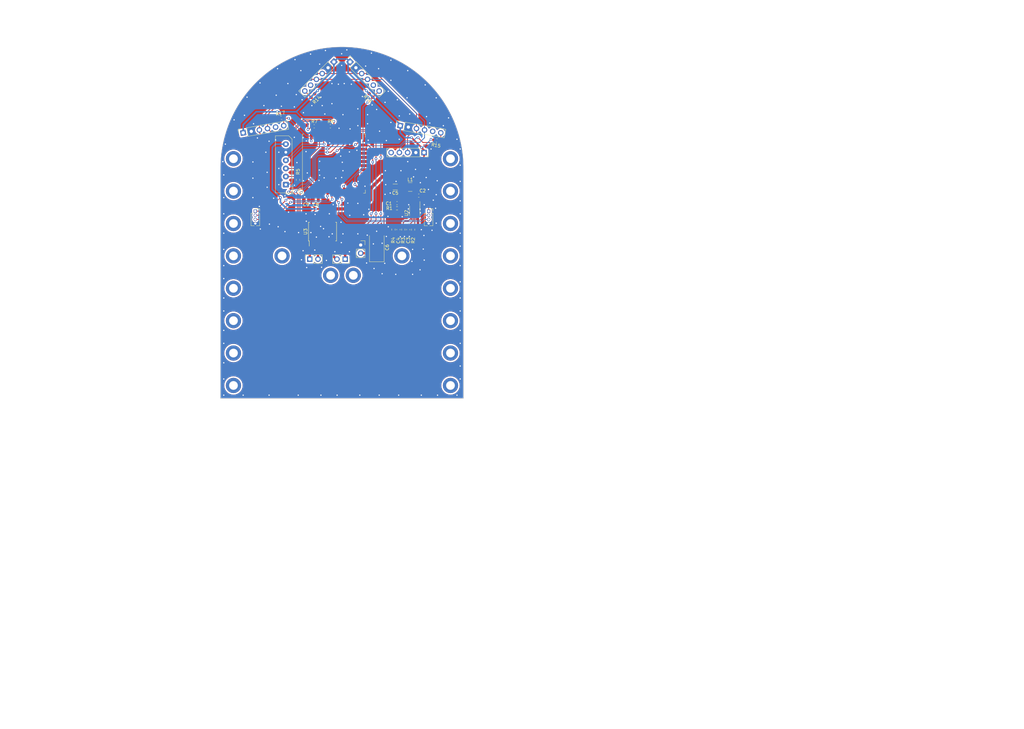
<source format=kicad_pcb>
(kicad_pcb (version 20240108) (generator "pcbnew") (generator_version "8.0")
  (layers (0 "F.Cu" mixed) (31 "B.Cu" signal) (34 "B.Paste" user) (35 "F.Paste" user) (36 "B.SilkS" user "B.Silkscreen") (37 "F.SilkS" user "F.Silkscreen") (38 "B.Mask" user) (39 "F.Mask" user) (44 "Edge.Cuts" user))
  (net 0 "")
  (net 1 "Net-(U2-INTVCC)")
  (net 2 "Net-(U2-BST)")
  (net 3 "Net-(U2-SW)")
  (net 4 "Net-(U2-TR{slash}SS)")
  (net 5 "Net-(U2-FB)")
  (net 6 "VCC")
  (net 7 "RTS")
  (net 8 "CTS")
  (net 9 "TXD")
  (net 10 "RXD")
  (net 11 "Net-(U2-RT)")
  (net 12 "Net-(U2-PG)")
  (net 13 "HALL_MOTORA_A")
  (net 14 "HALL_MOTORA_B")
  (net 15 "HALL_MOTORB_A")
  (net 16 "HALL_MOTORB_B")
  (net 17 "PWMA")
  (net 18 "IN1B")
  (net 19 "IN1A")
  (net 20 "IN2A")
  (net 21 "PWMB")
  (net 33 "SCL")
  (net 34 "SDA")
  (net 35 "GPIO1")
  (net 36 "XSHUT1")
  (net 37 "GPIO2")
  (net 38 "XSHUT2")
  (net 39 "GPIO4")
  (net 40 "XSHUT4")
  (net 41 "GPIO5")
  (net 42 "XSHUT5")
  (net 46 "GND")
  (net 47 "3v3")
  (net 48 "MOTORA+")
  (net 49 "MOTORA-")
  (net 50 "MOTORB+")
  (net 51 "MOTORB-")
  (net 52 "IN2B")
  (net 54 "qmc5883l_dataready")
  (footprint "Connector_PinSocket_2.54mm:PinSocket_1x06_P2.54mm_Vertical" (layer "F.Cu") (at 92 78 100)
    (property "Reference" "J4")
    (property "Value" "Conn_01x06")
  )
  (footprint "Resistor_SMD:R_0603_1608Metric" (layer "F.Cu") (at 108.92 92.5 -90)
    (property "Reference" "R5")
    (property "Value" "10k")
  )
  (footprint "Capacitor_SMD:C_0603_1608Metric" (layer "F.Cu") (at 139.495 99.73 180)
    (property "Reference" "C1")
    (property "Value" "1u")
  )
  (footprint "MountingHole:MountingHole_2.7mm_M2.5_DIN965_Pad" (layer "F.Cu") (at 156 156)
    (property "Reference" "H2")
    (property "Value" "MountingHole")
  )
  (footprint "Connector_PinSocket_2.54mm:PinSocket_1x06_P2.54mm_Vertical" (layer "F.Cu") (at 140.492942 75.794668 80)
    (property "Reference" "J8")
    (property "Value" "Conn_01x06")
  )
  (footprint "Capacitor_SMD:C_0603_1608Metric" (layer "F.Cu") (at 151.736774 80.365423 -10)
    (property "Reference" "R15")
    (property "Value" "10k")
  )
  (footprint "Resistor_SMD:R_0603_1608Metric" (layer "F.Cu") (at 138.381672 107.879065 90)
    (property "Reference" "R4")
    (property "Value" "1M")
  )
  (footprint "Capacitor_Tantalum_SMD:CP_EIA-7343-15_Kemet-W" (layer "F.Cu") (at 133.25 113.3875 90)
    (property "Reference" "C6")
    (property "Value" "4.7u")
  )
  (footprint "Connector_PinSocket_2.54mm:PinSocket_1x02_P2.54mm_Vertical" (layer "F.Cu") (at 128.275 112.6375)
    (property "Reference" "J9")
    (property "Value" "Conn_01x02")
  )
  (footprint "MountingHole:MountingHole_2.7mm_M2.5_DIN965_Pad" (layer "F.Cu") (at 89 146)
    (property "Reference" "H14")
    (property "Value" "MountingHole")
  )
  (footprint "Capacitor_SMD:C_0603_1608Metric" (layer "F.Cu") (at 113.92 76)
    (property "Reference" "R7")
    (property "Value" "10k")
  )
  (footprint "RF_Module:ESP32-WROOM-32U" (layer "F.Cu") (at 120.015 87.5 90)
    (property "Reference" "U4")
    (property "Value" "ESP32-WROOM-32U")
  )
  (footprint "Resistor_SMD:R_0603_1608Metric" (layer "F.Cu") (at 139.495756 101.303417)
    (property "Reference" "R1")
    (property "Value" "18.2k")
  )
  (footprint "Capacitor_SMD:C_0603_1608Metric" (layer "F.Cu") (at 142.941765 107.890812 -90)
    (property "Reference" "C3")
    (property "Value" "10n")
  )
  (footprint "Package_SO:MSOP-10-1EP_3x3mm_P0.5mm_EP1.68x1.88mm" (layer "F.Cu") (at 144.97 102.08 -90)
    (property "Reference" "U2")
    (property "Value" "LT8608")
  )
  (footprint "Connector_PinSocket_2.54mm:PinSocket_1x06_P2.54mm_Vertical" (layer "F.Cu") (at 120 56.111846 -45)
    (property "Reference" "J5")
    (property "Value" "Conn_01x06")
  )
  (footprint "Connector_PinSocket_2.54mm:PinSocket_1x06_P2.54mm_Vertical" (layer "F.Cu") (at 125 56.111846 45)
    (property "Reference" "J7")
    (property "Value" "Conn_01x06")
  )
  (footprint "Capacitor_SMD:C_0603_1608Metric" (layer "F.Cu") (at 131.451992 66.451992 135)
    (property "Reference" "R18")
    (property "Value" "10k")
  )
  (footprint "Capacitor_SMD:C_0603_1608Metric" (layer "F.Cu") (at 146.2 97.4 180)
    (property "Reference" "C2")
    (property "Value" "100n")
  )
  (footprint "Connector_PinSocket_2.54mm:PinSocket_1x02_P2.54mm_Vertical" (layer "F.Cu") (at 123.5 117 -90)
    (property "Reference" "J2")
    (property "Value" "Conn_01x02")
  )
  (footprint "MountingHole:MountingHole_2.7mm_M2.5_DIN965_Pad" (layer "F.Cu") (at 156 146)
    (property "Reference" "H16")
    (property "Value" "MountingHole")
  )
  (footprint "Resistor_SMD:R_0603_1608Metric" (layer "F.Cu") (at 141.42349 107.886869 90)
    (property "Reference" "R3")
    (property "Value" "309K")
  )
  (footprint "MountingHole:MountingHole_2.7mm_M2.5_DIN965_Pad" (layer "F.Cu") (at 89 136)
    (property "Reference" "H11")
    (property "Value" "MountingHole")
  )
  (footprint "Connector_PinSocket_2.54mm:PinSocket_1x02_P2.54mm_Vertical" (layer "F.Cu") (at 112.55 117 90)
    (property "Reference" "J11")
    (property "Value" "Conn_01x02")
  )
  (footprint "MountingHole:MountingHole_2.7mm_M2.5_DIN965_Pad" (layer "F.Cu") (at 156 136)
    (property "Reference" "H13")
    (property "Value" "MountingHole")
  )
  (footprint "Capacitor_SMD:C_0603_1608Metric" (layer "F.Cu") (at 114.42 98.75)
    (property "Reference" "C8")
    (property "Value" "100n")
  )
  (footprint "MountingHole:MountingHole_2.7mm_M2.5_DIN965_Pad" (layer "F.Cu") (at 156 96)
    (property "Reference" "H5")
    (property "Value" "MountingHole")
  )
  (footprint "MountingHole:MountingHole_2.7mm_M2.5_DIN965_Pad" (layer "F.Cu") (at 156 126)
    (property "Reference" "H10")
    (property "Value" "MountingHole")
  )
  (footprint "Connector_PinSocket_1.27mm:PinSocket_1x04_P1.27mm_Vertical" (layer "F.Cu") (at 95.75 102.19)
    (property "Reference" "J12")
    (property "Value" "Conn_01x04")
  )
  (footprint "MountingHole:MountingHole_2.7mm_M2.5_DIN965_Pad" (layer "F.Cu") (at 89 116)
    (property "Reference" "H12")
    (property "Value" "MountingHole")
  )
  (footprint "MountingHole:MountingHole_2.7mm_M2.5_DIN965_Pad" (layer "F.Cu") (at 104 116)
    (property "Reference" "H17")
    (property "Value" "MountingHole")
  )
  (footprint "MountingHole:MountingHole_2.7mm_M2.5_DIN965_Pad" (layer "F.Cu") (at 126 122)
    (property "Reference" "H20")
    (property "Value" "MountingHole")
  )
  (footprint "Connector_PinSocket_1.27mm:PinSocket_1x04_P1.27mm_Vertical" (layer "F.Cu") (at 149.25 102.19)
    (property "Reference" "J3")
    (property "Value" "Conn_01x04")
  )
  (footprint "MountingHole:MountingHole_2.7mm_M2.5_DIN965_Pad" (layer "F.Cu") (at 89 86)
    (property "Reference" "H4")
    (property "Value" "MountingHole")
  )
  (footprint "MountingHole:MountingHole_2.7mm_M2.5_DIN965_Pad" (layer "F.Cu") (at 89 156)
    (property "Reference" "H1")
    (property "Value" "MountingHole")
  )
  (footprint "Inductor_SMD:L_1210_3225Metric" (layer "F.Cu") (at 143.57 94.73)
    (property "Reference" "L1")
    (property "Value" "2.2uH")
  )
  (footprint "MountingHole:MountingHole_2.7mm_M2.5_DIN965_Pad" (layer "F.Cu") (at 156 86)
    (property "Reference" "H3")
    (property "Value" "MountingHole")
  )
  (footprint "Capacitor_SMD:C_0603_1608Metric" (layer "F.Cu") (at 103.763226 73.365423 10)
    (property "Reference" "R17")
    (property "Value" "10k")
  )
  (footprint "Connector_Molex:Molex_SPOX_5267-06A_1x06_P2.50mm_Vertical" (layer "F.Cu") (at 105.17 94 90)
    (property "Reference" "J1")
    (property "Value" "Conn_01x06")
  )
  (footprint "Resistor_SMD:R_0603_1608Metric" (layer "F.Cu") (at 144.47 107.905 90)
    (property "Reference" "R2")
    (property "Value" "100k")
  )
  (footprint "MountingHole:MountingHole_2.7mm_M2.5_DIN965_Pad" (layer "F.Cu") (at 156 116)
    (property "Reference" "H7")
    (property "Value" "MountingHole")
  )
  (footprint "MountingHole:MountingHole_2.7mm_M2.5_DIN965_Pad" (layer "F.Cu") (at 89 96)
    (property "Reference" "H9")
    (property "Value" "MountingHole")
  )
  (footprint "Capacitor_SMD:C_0603_1608Metric" (layer "F.Cu") (at 118.92 76 180)
    (property "Reference" "R8")
    (property "Value" "10k")
  )
  (footprint "MountingHole:MountingHole_2.7mm_M2.5_DIN965_Pad" (layer "F.Cu") (at 89 126)
    (property "Reference" "H15")
    (property "Value" "MountingHole")
  )
  (footprint "Package_SO:SSOP-24_5.3x8.2mm_P0.65mm" (layer "F.Cu") (at 116.5 108.5 90)
    (property "Reference" "U3")
    (property "Value" "TB6612FNG")
  )
  (footprint "Connector_PinSocket_2.54mm:PinSocket_1x05_P2.54mm_Vertical" (layer "F.Cu") (at 147.84 84.1 -90)
    (property "Reference" "J10")
    (property "Value" "Conn_01x05")
  )
  (footprint "Capacitor_SMD:C_1206_3216Metric" (layer "F.Cu") (at 138.945 94.73 180)
    (property "Reference" "C5")
    (property "Value" "22u")
  )
  (footprint "Capacitor_SMD:C_0603_1608Metric" (layer "F.Cu") (at 139.903537 107.876333 -90)
    (property "Reference" "C4")
    (property "Value" "10p")
  )
  (footprint "Capacitor_SMD:C_0603_1608Metric" (layer "F.Cu") (at 111.42 98.75 180)
    (property "Reference" "C9")
    (property "Value" "1u")
  )
  (footprint "MountingHole:MountingHole_2.7mm_M2.5_DIN965_Pad" (layer "F.Cu") (at 156 106)
    (property "Reference" "H6")
    (property "Value" "MountingHole")
  )
  (footprint "Capacitor_SMD:C_0603_1608Metric" (layer "F.Cu") (at 113.5 66.5 -135)
    (property "Reference" "R14")
    (property "Value" "10k")
  )
  (footprint "MountingHole:MountingHole_2.7mm_M2.5_DIN965_Pad" (layer "F.Cu") (at 119 122)
    (property "Reference" "H19")
    (property "Value" "MountingHole")
  )
  (footprint "MountingHole:MountingHole_2.7mm_M2.5_DIN965_Pad" (layer "F.Cu") (at 141 116)
    (property "Reference" "H18")
    (property "Value" "MountingHole")
  )
  (footprint "MountingHole:MountingHole_2.7mm_M2.5_DIN965_Pad" (layer "F.Cu") (at 89 106)
    (property "Reference" "H8")
    (property "Value" "MountingHole")
  )
  (gr_line (start 85 90) (end 85 89) (stroke (width 0.1)) (layer "Edge.Cuts"))
  (gr_arc (start 85 89) (mid 122.5 51.5) (end 160 89) (stroke (width 0.1)) (layer "Edge.Cuts"))
  (gr_line (start 85 160) (end 160 160) (stroke (width 0.15)) (layer "Edge.Cuts"))
  (gr_line (start 85 160) (end 85 120) (stroke (width 0.15)) (layer "Edge.Cuts"))
  (gr_line (start 160 120) (end 160 89) (stroke (width 0.1)) (layer "Edge.Cuts"))
  (gr_line (start 85 120) (end 85 90) (stroke (width 0.1)) (layer "Edge.Cuts"))
  (gr_line (start 160 160) (end 160 120) (stroke (width 0.15)) (layer "Edge.Cuts"))
  (segment (start 144.97 98.593604) (end 144.97 99.93) (width 0.25) (layer "F.Cu") (net 1))
  (segment (start 144.106396 97.73) (end 144.97 98.593604) (width 0.25) (layer "F.Cu") (net 1))
  (segment (start 142.27 97.73) (end 144.106396 97.73) (width 0.25) (layer "F.Cu") (net 1))
  (segment (start 140.27 99.73) (end 142.27 97.73) (width 0.25) (layer "F.Cu") (net 1))
  (segment (start 145.97 99.93) (end 146.85 99.05) (width 0.25) (layer "F.Cu") (net 2))
  (segment (start 146.975 97.4) (end 146.975 98.925) (width 0.25) (layer "F.Cu") (net 2))
  (segment (start 146.975 98.925) (end 146.85 99.05) (width 0.25) (layer "F.Cu") (net 2))
  (segment (start 144.97 94.73) (end 144.97 96.945) (width 0.25) (layer "F.Cu") (net 3))
  (segment (start 144.97 96.945) (end 145.425 97.4) (width 0.25) (layer "F.Cu") (net 3))
  (segment (start 144.97 94.73) (end 145.47 95.23) (width 0.25) (layer "F.Cu") (net 3))
  (segment (start 145.47 99.93) (end 145.47 97.445) (width 0.25) (layer "F.Cu") (net 3))
  (segment (start 145.47 97.445) (end 145.425 97.4) (width 0.25) (layer "F.Cu") (net 3))
  (segment (start 145.22 94.98) (end 144.97 94.73) (width 0.25) (layer "F.Cu") (net 3))
  (segment (start 143.47 106.23) (end 142.97 106.23) (width 0.25) (layer "F.Cu") (net 4))
  (segment (start 144.47 105.23) (end 143.47 106.23) (width 0.25) (layer "F.Cu") (net 4))
  (segment (start 142.941765 106.258235) (end 142.97 106.23) (width 0.25) (layer "F.Cu") (net 4))
  (segment (start 142.941765 107.115812) (end 142.941765 106.258235) (width 0.25) (layer "F.Cu") (net 4))
  (segment (start 144.47 104.23) (end 144.47 105.23) (width 0.25) (layer "F.Cu") (net 4))
  (segment (start 138.381672 107.054065) (end 141.415686 107.054065) (width 0.25) (layer "F.Cu") (net 5))
  (segment (start 141.42349 105.77651) (end 141.42349 107.061869) (width 0.25) (layer "F.Cu") (net 5))
  (segment (start 141.415686 107.054065) (end 141.42349 107.061869) (width 0.25) (layer "F.Cu") (net 5))
  (segment (start 142.97 105.23) (end 141.97 105.23) (width 0.25) (layer "F.Cu") (net 5))
  (segment (start 141.97 105.23) (end 141.42349 105.77651) (width 0.25) (layer "F.Cu") (net 5))
  (segment (start 143.97 104.23) (end 142.97 105.23) (width 0.25) (layer "F.Cu") (net 5))
  (segment (start 135 120) (end 133.25 118.25) (width 0.7) (layer "F.Cu") (net 6))
  (segment (start 131.9275 115.1775) (end 133.25 116.5) (width 0.7) (layer "F.Cu") (net 6))
  (segment (start 144 120) (end 135 120) (width 0.7) (layer "F.Cu") (net 6))
  (segment (start 133.25 118.25) (end 133.25 116.5) (width 0.7) (layer "F.Cu") (net 6))
  (segment (start 145.97 118.03) (end 144 120) (width 0.7) (layer "F.Cu") (net 6))
  (segment (start 128.275 115.1775) (end 131.9275 115.1775) (width 0.7) (layer "F.Cu") (net 6))
  (segment (start 145.97 104.23) (end 145.97 118.03) (width 0.7) (layer "F.Cu") (net 6))
  (segment (start 112.095 91.675) (end 114.3 93.88) (width 0.25) (layer "F.Cu") (net 7))
  (segment (start 114.3 93.88) (end 114.3 96) (width 0.25) (layer "F.Cu") (net 7))
  (segment (start 114.3 97.38) (end 115.195 98.275) (width 0.25) (layer "F.Cu") (net 7))
  (segment (start 114.3 96) (end 114.3 97.38) (width 0.25) (layer "F.Cu") (net 7))
  (segment (start 105.17 91.5) (end 108.745 91.5) (width 0.25) (layer "F.Cu") (net 7))
  (segment (start 108.745 91.5) (end 108.92 91.675) (width 0.25) (layer "F.Cu") (net 7))
  (segment (start 115.195 98.275) (end 115.195 98.75) (width 0.25) (layer "F.Cu") (net 7))
  (segment (start 108.92 91.675) (end 112.095 91.675) (width 0.25) (layer "F.Cu") (net 7))
  (segment (start 128.27 80.23) (end 128.27 79) (width 0.25) (layer "F.Cu") (net 8))
  (segment (start 126.926866 81.573134) (end 128.27 80.23) (width 0.25) (layer "F.Cu") (net 8))
  (segment (start 126.692202 81.573134) (end 126.926866 81.573134) (width 0.25) (layer "F.Cu") (net 8))
  (via (at 126.692202 81.573134) (size 0.8) (drill 0.4) (layers "F.Cu" "B.Cu") (net 8))
  (segment (start 105.17 94) (end 106.1 94) (width 0.25) (layer "B.Cu") (net 8))
  (segment (start 124.7 82.4) (end 125.865336 82.4) (width 0.25) (layer "B.Cu") (net 8))
  (segment (start 107 85.7) (end 110.425 82.275) (width 0.25) (layer "B.Cu") (net 8))
  (segment (start 107 93.1) (end 107 85.7) (width 0.25) (layer "B.Cu") (net 8))
  (segment (start 110.425 82.275) (end 124.575 82.275) (width 0.25) (layer "B.Cu") (net 8))
  (segment (start 106.1 94) (end 107 93.1) (width 0.25) (layer "B.Cu") (net 8))
  (segment (start 125.865336 82.4) (end 126.692202 81.573134) (width 0.25) (layer "B.Cu") (net 8))
  (segment (start 124.575 82.275) (end 124.7 82.4) (width 0.25) (layer "B.Cu") (net 8))
  (segment (start 105.17 89) (end 109 89) (width 0.25) (layer "F.Cu") (net 9))
  (segment (start 115.57 82.43) (end 115.57 79) (width 0.25) (layer "F.Cu") (net 9))
  (segment (start 109 89) (end 115.57 82.43) (width 0.25) (layer "F.Cu") (net 9))
  (segment (start 116.84 81.34) (end 116.84 79) (width 0.25) (layer "F.Cu") (net 10))
  (segment (start 117 81.5) (end 116.84 81.34) (width 0.25) (layer "F.Cu") (net 10))
  (via (at 117 81.5) (size 0.8) (drill 0.4) (layers "F.Cu" "B.Cu") (net 10))
  (segment (start 117 81.5) (end 110.17 81.5) (width 0.25) (layer "B.Cu") (net 10))
  (segment (start 110.17 81.5) (end 105.17 86.5) (width 0.25) (layer "B.Cu") (net 10))
  (segment (start 141.97 100.73) (end 141.97 99.23) (width 0.25) (layer "F.Cu") (net 11))
  (segment (start 140.320756 101.303417) (end 141.396583 101.303417) (width 0.25) (layer "F.Cu") (net 11))
  (segment (start 142.97 98.23) (end 143.97 98.23) (width 0.25) (layer "F.Cu") (net 11))
  (segment (start 141.396583 101.303417) (end 141.97 100.73) (width 0.25) (layer "F.Cu") (net 11))
  (segment (start 144.47 98.73) (end 144.47 99.93) (width 0.25) (layer "F.Cu") (net 11))
  (segment (start 143.97 98.23) (end 144.47 98.73) (width 0.25) (layer "F.Cu") (net 11))
  (segment (start 141.97 99.23) (end 142.97 98.23) (width 0.25) (layer "F.Cu") (net 11))
  (segment (start 144.97 106.58) (end 144.47 107.08) (width 0.25) (layer "F.Cu") (net 12))
  (segment (start 144.97 104.23) (end 144.97 106.58) (width 0.25) (layer "F.Cu") (net 12))
  (segment (start 105.2 98.8) (end 100.54 103.46) (width 0.25) (layer "F.Cu") (net 13))
  (segment (start 118.11 97.39) (end 118 97.5) (width 0.25) (layer "F.Cu") (net 13))
  (segment (start 100.54 103.46) (end 95.75 103.46) (width 0.25) (layer "F.Cu") (net 13))
  (segment (start 118.11 96) (end 118.11 97.39) (width 0.25) (layer "F.Cu") (net 13))
  (via (at 118 97.5) (size 0.8) (drill 0.4) (layers "F.Cu" "B.Cu") (net 13))
  (via (at 105.2 98.8) (size 0.8) (drill 0.4) (layers "F.Cu" "B.Cu") (net 13))
  (segment (start 105.7 98.3) (end 105.9 98.3) (width 0.25) (layer "B.Cu") (net 13))
  (segment (start 105.9 98.3) (end 106.9 98.3) (width 0.25) (layer "B.Cu") (net 13))
  (segment (start 118 98.5) (end 118 97.5) (width 0.25) (layer "B.Cu") (net 13))
  (segment (start 106.9 98.3) (end 107.55 98.95) (width 0.25) (layer "B.Cu") (net 13))
  (segment (start 105.2 98.8) (end 105.7 98.3) (width 0.25) (layer "B.Cu") (net 13))
  (segment (start 107.55 98.95) (end 117.55 98.95) (width 0.25) (layer "B.Cu") (net 13))
  (segment (start 117.55 98.95) (end 118 98.5) (width 0.25) (layer "B.Cu") (net 13))
  (segment (start 106.6 99.4) (end 101.27 104.73) (width 0.25) (layer "F.Cu") (net 14))
  (segment (start 101.27 104.73) (end 95.75 104.73) (width 0.25) (layer "F.Cu") (net 14))
  (segment (start 119.38 98.38) (end 119.5 98.5) (width 0.25) (layer "F.Cu") (net 14))
  (segment (start 119.38 96) (end 119.38 98.38) (width 0.25) (layer "F.Cu") (net 14))
  (via (at 119.5 98.5) (size 0.8) (drill 0.4) (layers "F.Cu" "B.Cu") (net 14))
  (via (at 106.6 99.4) (size 0.8) (drill 0.4) (layers "F.Cu" "B.Cu") (net 14))
  (segment (start 106.6 99.4) (end 118.6 99.4) (width 0.25) (layer "B.Cu") (net 14))
  (segment (start 118.6 99.4) (end 119.5 98.5) (width 0.25) (layer "B.Cu") (net 14))
  (segment (start 121.92 97.92) (end 122.5 98.5) (width 0.25) (layer "F.Cu") (net 15))
  (segment (start 121.92 96) (end 121.92 97.92) (width 0.25) (layer "F.Cu") (net 15))
  (via (at 122.5 98.5) (size 0.8) (drill 0.4) (layers "F.Cu" "B.Cu") (net 15))
  (segment (start 146.5 105) (end 124.136396 105) (width 0.25) (layer "B.Cu") (net 15))
  (segment (start 148.04 103.46) (end 146.5 105) (width 0.25) (layer "B.Cu") (net 15))
  (segment (start 122.5 103.363604) (end 122.5 98.5) (width 0.25) (layer "B.Cu") (net 15))
  (segment (start 149.25 103.46) (end 148.04 103.46) (width 0.25) (layer "B.Cu") (net 15))
  (segment (start 124.136396 105) (end 122.5 103.363604) (width 0.25) (layer "B.Cu") (net 15))
  (segment (start 120.65 98.65) (end 121.5 99.5) (width 0.25) (layer "F.Cu") (net 16))
  (segment (start 120.65 96) (end 120.65 98.65) (width 0.25) (layer "F.Cu") (net 16))
  (via (at 121.5 99.5) (size 0.8) (drill 0.4) (layers "F.Cu" "B.Cu") (net 16))
  (segment (start 123.95 105.45) (end 147.05 105.45) (width 0.25) (layer "B.Cu") (net 16))
  (segment (start 147.77 104.73) (end 149.25 104.73) (width 0.25) (layer "B.Cu") (net 16))
  (segment (start 147.05 105.45) (end 147.77 104.73) (width 0.25) (layer "B.Cu") (net 16))
  (segment (start 121.5 103) (end 123.95 105.45) (width 0.25) (layer "B.Cu") (net 16))
  (segment (start 121.5 99.5) (end 121.5 103) (width 0.25) (layer "B.Cu") (net 16))
  (segment (start 124.46 80.25) (end 121.21 83.5) (width 0.25) (layer "F.Cu") (net 17))
  (segment (start 109.7 96.6) (end 109.6 96.6) (width 0.25) (layer "F.Cu") (net 17))
  (segment (start 113.575 105.925) (end 113.575 104.9) (width 0.25) (layer "F.Cu") (net 17))
  (segment (start 109.6 105.5) (end 110.6 106.5) (width 0.25) (layer "F.Cu") (net 17))
  (segment (start 109.6 96.6) (end 109.6 105.5) (width 0.25) (layer "F.Cu") (net 17))
  (segment (start 113 106.5) (end 113.575 105.925) (width 0.25) (layer "F.Cu") (net 17))
  (segment (start 124.46 79) (end 124.46 80.25) (width 0.25) (layer "F.Cu") (net 17))
  (segment (start 121.21 83.5) (end 121 83.5) (width 0.25) (layer "F.Cu") (net 17))
  (segment (start 109.9 96.4) (end 109.7 96.6) (width 0.25) (layer "F.Cu") (net 17))
  (segment (start 110.6 106.5) (end 113 106.5) (width 0.25) (layer "F.Cu") (net 17))
  (via (at 109.9 96.4) (size 0.8) (drill 0.4) (layers "F.Cu" "B.Cu") (net 17))
  (via (at 121 83.5) (size 0.8) (drill 0.4) (layers "F.Cu" "B.Cu") (net 17))
  (segment (start 119.5 85) (end 116.1 85) (width 0.25) (layer "B.Cu") (net 17))
  (segment (start 114.4 92) (end 110 96.4) (width 0.25) (layer "B.Cu") (net 17))
  (segment (start 116.1 85) (end 115.1 85) (width 0.25) (layer "B.Cu") (net 17))
  (segment (start 114.4 85.7) (end 114.4 92) (width 0.25) (layer "B.Cu") (net 17))
  (segment (start 109.9 96.5) (end 109.9 96.5) (width 0.25) (layer "B.Cu") (net 17))
  (segment (start 115.1 85) (end 114.4 85.7) (width 0.25) (layer "B.Cu") (net 17))
  (segment (start 109.9 96.4) (end 109.9 96.5) (width 0.25) (layer "B.Cu") (net 17))
  (segment (start 121 83.5) (end 119.5 85) (width 0.25) (layer "B.Cu") (net 17))
  (segment (start 110 96.4) (end 109.9 96.4) (width 0.25) (layer "B.Cu") (net 17))
  (segment (start 113.25 107) (end 114.225 106.025) (width 0.25) (layer "F.Cu") (net 18))
  (segment (start 121.92 81.08) (end 119 84) (width 0.25) (layer "F.Cu") (net 18))
  (segment (start 108.2 96.2) (end 109.15 97.15) (width 0.25) (layer "F.Cu") (net 18))
  (segment (start 109.15 97.15) (end 109.15 105.75) (width 0.25) (layer "F.Cu") (net 18))
  (segment (start 119 84) (end 118 84) (width 0.25) (layer "F.Cu") (net 18))
  (segment (start 114.225 106.025) (end 114.225 104.9) (width 0.25) (layer "F.Cu") (net 18))
  (segment (start 121.92 79) (end 121.92 81.08) (width 0.25) (layer "F.Cu") (net 18))
  (segment (start 110.4 107) (end 113.25 107) (width 0.25) (layer "F.Cu") (net 18))
  (segment (start 109.15 105.75) (end 110.4 107) (width 0.25) (layer "F.Cu") (net 18))
  (via (at 118 84) (size 0.8) (drill 0.4) (layers "F.Cu" "B.Cu") (net 18))
  (via (at 108.2 96.2) (size 0.8) (drill 0.4) (layers "F.Cu" "B.Cu") (net 18))
  (segment (start 108.2 96.2) (end 108.336396 96.2) (width 0.25) (layer "B.Cu") (net 18))
  (segment (start 115.463604 84) (end 118 84) (width 0.25) (layer "B.Cu") (net 18))
  (segment (start 109.536396 95) (end 110.763604 95) (width 0.25) (layer "B.Cu") (net 18))
  (segment (start 113.95 91.813604) (end 113.95 85.513604) (width 0.25) (layer "B.Cu") (net 18))
  (segment (start 110.763604 95) (end 113.95 91.813604) (width 0.25) (layer "B.Cu") (net 18))
  (segment (start 113.95 85.513604) (end 115.463604 84) (width 0.25) (layer "B.Cu") (net 18))
  (segment (start 108.336396 96.2) (end 109.536396 95) (width 0.25) (layer "B.Cu") (net 18))
  (segment (start 113.5 107.5) (end 114.875 106.125) (width 0.25) (layer "F.Cu") (net 19))
  (segment (start 107.274695 96.3) (end 108.574695 97.6) (width 0.25) (layer "F.Cu") (net 19))
  (segment (start 106 96.3) (end 107.274695 96.3) (width 0.25) (layer "F.Cu") (net 19))
  (segment (start 108.7 105.936396) (end 110.263604 107.5) (width 0.25) (layer "F.Cu") (net 19))
  (segment (start 110.263604 107.5) (end 110.4 107.5) (width 0.25) (layer "F.Cu") (net 19))
  (segment (start 120.65 79) (end 120.65 80.85) (width 0.25) (layer "F.Cu") (net 19))
  (segment (start 110.4 107.5) (end 113.5 107.5) (width 0.25) (layer "F.Cu") (net 19))
  (segment (start 114.875 106.125) (end 114.875 104.9) (width 0.25) (layer "F.Cu") (net 19))
  (segment (start 108.574695 97.6) (end 108.7 97.6) (width 0.25) (layer "F.Cu") (net 19))
  (segment (start 108.7 97.6) (end 108.7 105.936396) (width 0.25) (layer "F.Cu") (net 19))
  (segment (start 118.5 83) (end 118 83) (width 0.25) (layer "F.Cu") (net 19))
  (segment (start 120.65 80.85) (end 118.5 83) (width 0.25) (layer "F.Cu") (net 19))
  (via (at 106 96.3) (size 0.8) (drill 0.4) (layers "F.Cu" "B.Cu") (net 19))
  (via (at 118 83) (size 0.8) (drill 0.4) (layers "F.Cu" "B.Cu") (net 19))
  (segment (start 105.9 96.4) (end 106 96.3) (width 0.25) (layer "B.Cu") (net 19))
  (segment (start 111.263604 93.863604) (end 113.5 91.627208) (width 0.25) (layer "B.Cu") (net 19))
  (segment (start 115.827208 83) (end 118 83) (width 0.25) (layer "B.Cu") (net 19))
  (segment (start 108.5 95.4) (end 110.036396 93.863604) (width 0.25) (layer "B.Cu") (net 19))
  (segment (start 106 96.3) (end 106.9 95.4) (width 0.25) (layer "B.Cu") (net 19))
  (segment (start 113.5 85.327208) (end 115.827208 83) (width 0.25) (layer "B.Cu") (net 19))
  (segment (start 106.9 95.4) (end 108.5 95.4) (width 0.25) (layer "B.Cu") (net 19))
  (segment (start 110.036396 93.863604) (end 111.263604 93.863604) (width 0.25) (layer "B.Cu") (net 19))
  (segment (start 113.5 91.627208) (end 113.5 85.327208) (width 0.25) (layer "B.Cu") (net 19))
  (segment (start 117.475 106.475) (end 117.475 104.9) (width 0.25) (layer "F.Cu") (net 20))
  (segment (start 131.5 108) (end 119 108) (width 0.25) (layer "F.Cu") (net 20))
  (segment (start 134.5 105) (end 131.5 108) (width 0.25) (layer "F.Cu") (net 20))
  (segment (start 127 77) (end 132 77) (width 0.25) (layer "F.Cu") (net 20))
  (segment (start 125.73 78.27) (end 127 77) (width 0.25) (layer "F.Cu") (net 20))
  (segment (start 134.5 103) (end 134.5 105) (width 0.25) (layer "F.Cu") (net 20))
  (segment (start 119 108) (end 117.475 106.475) (width 0.25) (layer "F.Cu") (net 20))
  (segment (start 125.73 79) (end 125.73 78.27) (width 0.25) (layer "F.Cu") (net 20))
  (segment (start 132 77) (end 134.5 79.5) (width 0.25) (layer "F.Cu") (net 20))
  (segment (start 134.5 79.5) (end 134.5 85.5) (width 0.25) (layer "F.Cu") (net 20))
  (via (at 134.5 103) (size 0.8) (drill 0.4) (layers "F.Cu" "B.Cu") (net 20))
  (via (at 134.5 85.5) (size 0.8) (drill 0.4) (layers "F.Cu" "B.Cu") (net 20))
  (segment (start 134.5 85.5) (end 134.5 103) (width 0.25) (layer "B.Cu") (net 20))
  (segment (start 129.5 107) (end 120 107) (width 0.25) (layer "F.Cu") (net 21))
  (segment (start 120 107) (end 119.75 107) (width 0.25) (layer "F.Cu") (net 21))
  (segment (start 131.5 105) (end 129.5 107) (width 0.25) (layer "F.Cu") (net 21))
  (segment (start 118.775 106.025) (end 118.775 104.9) (width 0.25) (layer "F.Cu") (net 21))
  (segment (start 119.75 107) (end 118.775 106.025) (width 0.25) (layer "F.Cu") (net 21))
  (segment (start 129.27 81.785) (end 130.52 81.785) (width 0.25) (layer "F.Cu") (net 21))
  (segment (start 131.5 103) (end 131.5 105) (width 0.25) (layer "F.Cu") (net 21))
  (segment (start 130.52 81.785) (end 131.1175 82.3825) (width 0.25) (layer "F.Cu") (net 21))
  (segment (start 132 83.265) (end 132 87) (width 0.25) (layer "F.Cu") (net 21))
  (segment (start 131.1175 82.3825) (end 132 83.265) (width 0.25) (layer "F.Cu") (net 21))
  (via (at 131.5 103) (size 0.8) (drill 0.4) (layers "F.Cu" "B.Cu") (net 21))
  (via (at 132 87) (size 0.8) (drill 0.4) (layers "F.Cu" "B.Cu") (net 21))
  (segment (start 132 87) (end 132 102.5) (width 0.25) (layer "B.Cu") (net 21))
  (segment (start 132 102.5) (end 131.5 103) (width 0.25) (layer "B.Cu") (net 21))
  (segment (start 97.002823 77.117867) (end 97.002823 73.997177) (width 0.25) (layer "F.Cu") (net 33))
  (segment (start 98 79) (end 97.002823 78.002823) (width 0.25) (layer "F.Cu") (net 33))
  (segment (start 145.495765 78) (end 145.495765 76.676801) (width 0.25) (layer "F.Cu") (net 33))
  (segment (start 142.76 79.24) (end 143.5 78.5) (width 0.25) (layer "F.Cu") (net 33))
  (segment (start 97.002823 78.002823) (end 97.002823 77.117867) (width 0.25) (layer "F.Cu") (net 33))
  (segment (start 114 74.5) (end 110.5 74.5) (width 0.25) (layer "F.Cu") (net 33))
  (segment (start 106 79) (end 98 79) (width 0.25) (layer "F.Cu") (net 33))
  (segment (start 145.495765 71.995765) (end 145.495765 76.676801) (width 0.25) (layer "F.Cu") (net 33))
  (segment (start 143.5 78.5) (end 145 78.5) (width 0.25) (layer "F.Cu") (net 33))
  (segment (start 145 78.495765) (end 145.495765 78) (width 0.25) (layer "F.Cu") (net 33))
  (segment (start 128.592102 59.703948) (end 133.203948 59.703948) (width 0.25) (layer "F.Cu") (net 33))
  (segment (start 114.695 75.195) (end 114 74.5) (width 0.25) (layer "F.Cu") (net 33))
  (segment (start 111.296052 59.703948) (end 116.407898 59.703948) (width 0.25) (layer "F.Cu") (net 33))
  (segment (start 133.203948 59.703948) (end 145.495765 71.995765) (width 0.25) (layer "F.Cu") (net 33))
  (segment (start 142.76 84.1) (end 142.76 79.24) (width 0.25) (layer "F.Cu") (net 33))
  (segment (start 145 78.5) (end 145 78.495765) (width 0.25) (layer "F.Cu") (net 33))
  (segment (start 114.3 79) (end 114.3 76.395) (width 0.25) (layer "F.Cu") (net 33))
  (segment (start 97.002823 73.997177) (end 111.296052 59.703948) (width 0.25) (layer "F.Cu") (net 33))
  (segment (start 114.695 76) (end 114.695 75.195) (width 0.25) (layer "F.Cu") (net 33))
  (segment (start 114.3 76.395) (end 114.695 76) (width 0.25) (layer "F.Cu") (net 33))
  (segment (start 128.592102 59.703948) (end 116.407898 59.703948) (width 0.25) (layer "F.Cu") (net 33))
  (segment (start 110.5 74.5) (end 106 79) (width 0.25) (layer "F.Cu") (net 33))
  (segment (start 118.145 76) (end 118.145 75.855) (width 0.25) (layer "F.Cu") (net 34))
  (segment (start 99.504235 72.495765) (end 110.5 61.5) (width 0.25) (layer "F.Cu") (net 34))
  (segment (start 114.611846 61.5) (end 110.5 61.5) (width 0.25) (layer "F.Cu") (net 34))
  (segment (start 115.55 74.05) (end 117 75.5) (width 0.25) (layer "F.Cu") (net 34))
  (segment (start 99.504235 76.676801) (end 101.377434 78.55) (width 0.25) (layer "F.Cu") (net 34))
  (segment (start 114.611846 61.5) (end 130.388154 61.5) (width 0.25) (layer "F.Cu") (net 34))
  (segment (start 110.313604 74.05) (end 115.55 74.05) (width 0.25) (layer "F.Cu") (net 34))
  (segment (start 118.11 76.035) (end 118.145 76) (width 0.25) (layer "F.Cu") (net 34))
  (segment (start 117.5 76) (end 117 75.5) (width 0.25) (layer "F.Cu") (net 34))
  (segment (start 105.813604 78.55) (end 110.313604 74.05) (width 0.25) (layer "F.Cu") (net 34))
  (segment (start 118.145 76) (end 117.5 76) (width 0.25) (layer "F.Cu") (net 34))
  (segment (start 99.504235 76.676801) (end 99.504235 72.495765) (width 0.25) (layer "F.Cu") (net 34))
  (segment (start 118.11 79) (end 118.11 76.035) (width 0.25) (layer "F.Cu") (net 34))
  (segment (start 101.377434 78.55) (end 105.813604 78.55) (width 0.25) (layer "F.Cu") (net 34))
  (segment (start 135 61.5) (end 130.388154 61.5) (width 0.25) (layer "B.Cu") (net 34))
  (segment (start 142 81) (end 146.5 81) (width 0.25) (layer "B.Cu") (net 34))
  (segment (start 147.997177 74.497177) (end 135 61.5) (width 0.25) (layer "B.Cu") (net 34))
  (segment (start 147.997177 77.117867) (end 147.997177 74.497177) (width 0.25) (layer "B.Cu") (net 34))
  (segment (start 140.22 84.1) (end 140.22 82.78) (width 0.25) (layer "B.Cu") (net 34))
  (segment (start 140.22 82.78) (end 142 81) (width 0.25) (layer "B.Cu") (net 34))
  (segment (start 147.997177 79.502823) (end 147.997177 77.117867) (width 0.25) (layer "B.Cu") (net 34))
  (segment (start 146.5 81) (end 147.997177 79.502823) (width 0.25) (layer "B.Cu") (net 34))
  (segment (start 104.507058 75.794668) (end 104.507058 73.25024) (width 0.25) (layer "F.Cu") (net 36))
  (segment (start 113 80.5) (end 113.03 80.47) (width 0.25) (layer "F.Cu") (net 36))
  (segment (start 104.795606 73.5) (end 104.526452 73.230846) (width 0.25) (layer "F.Cu") (net 36))
  (segment (start 104.507058 73.25024) (end 104.526452 73.230846) (width 0.25) (layer "F.Cu") (net 36))
  (segment (start 113.03 79) (end 113.03 80.47) (width 0.25) (layer "F.Cu") (net 36))
  (segment (start 106 73.5) (end 104.795606 73.5) (width 0.25) (layer "F.Cu") (net 36))
  (via (at 113 80.5) (size 0.8) (drill 0.4) (layers "F.Cu" "B.Cu") (net 36))
  (via (at 106 73.5) (size 0.8) (drill 0.4) (layers "F.Cu" "B.Cu") (net 36))
  (segment (start 113 79.5) (end 112.5 79) (width 0.25) (layer "B.Cu") (net 36))
  (segment (start 112.5 79) (end 111.5 79) (width 0.25) (layer "B.Cu") (net 36))
  (segment (start 113 80.5) (end 113 79.5) (width 0.25) (layer "B.Cu") (net 36))
  (segment (start 111.5 79) (end 106 73.5) (width 0.25) (layer "B.Cu") (net 36))
  (segment (start 123.19 79) (end 123.19 74.69) (width 0.25) (layer "F.Cu") (net 38))
  (segment (start 123.19 74.69) (end 117 68.5) (width 0.25) (layer "F.Cu") (net 38))
  (segment (start 111.019744 65.11576) (end 111.019744 65.092102) (width 0.25) (layer "F.Cu") (net 38))
  (segment (start 112.951992 67.048008) (end 111.019744 65.11576) (width 0.25) (layer "F.Cu") (net 38))
  (segment (start 114.403984 68.5) (end 112.951992 67.048008) (width 0.25) (layer "F.Cu") (net 38))
  (segment (start 117 68.5) (end 114.403984 68.5) (width 0.25) (layer "F.Cu") (net 38))
  (segment (start 123.19 94.69) (end 123 94.5) (width 0.25) (layer "F.Cu") (net 40))
  (segment (start 123.19 96) (end 123.19 94.69) (width 0.25) (layer "F.Cu") (net 40))
  (segment (start 130.5 68.5) (end 130.572358 68.5) (width 0.25) (layer "F.Cu") (net 40))
  (segment (start 130.572358 68.5) (end 133.980256 65.092102) (width 0.25) (layer "F.Cu") (net 40))
  (via (at 130.5 68.5) (size 0.8) (drill 0.4) (layers "F.Cu" "B.Cu") (net 40))
  (via (at 123 94.5) (size 0.8) (drill 0.4) (layers "F.Cu" "B.Cu") (net 40))
  (segment (start 129 88.5) (end 129 70) (width 0.25) (layer "B.Cu") (net 40))
  (segment (start 123 94.5) (end 129 88.5) (width 0.25) (layer "B.Cu") (net 40))
  (segment (start 129 70) (end 130.5 68.5) (width 0.25) (layer "B.Cu") (net 40))
  (segment (start 152.5 81.5) (end 152.5 80.5) (width 0.25) (layer "F.Cu") (net 42))
  (segment (start 127 94.5) (end 126.5 94) (width 0.25) (layer "F.Cu") (net 42))
  (segment (start 128.27 94.77) (end 128 94.5) (width 0.25) (layer "F.Cu") (net 42))
  (segment (start 147.5 81) (end 149.5 81) (width 0.25) (layer "F.Cu") (net 42))
  (segment (start 128.27 96) (end 128.27 94.77) (width 0.25) (layer "F.Cu") (net 42))
  (segment (start 153 78) (end 153 80) (width 0.25) (layer "F.Cu") (net 42))
  (segment (start 153 80) (end 152.5 80.5) (width 0.25) (layer "F.Cu") (net 42))
  (segment (start 150.5 82) (end 152 82) (width 0.25) (layer "F.Cu") (net 42))
  (segment (start 152 82) (end 152.5 81.5) (width 0.25) (layer "F.Cu") (net 42))
  (segment (start 146 79.5) (end 147.5 81) (width 0.25) (layer "F.Cu") (net 42))
  (segment (start 128 94.5) (end 127 94.5) (width 0.25) (layer "F.Cu") (net 42))
  (segment (start 149.5 81) (end 150.5 82) (width 0.25) (layer "F.Cu") (net 42))
  (via (at 146 79.5) (size 0.8) (drill 0.4) (layers "F.Cu" "B.Cu") (net 42))
  (via (at 126.5 94) (size 0.8) (drill 0.4) (layers "F.Cu" "B.Cu") (net 42))
  (segment (start 129.45 83.05) (end 130.5 82) (width 0.25) (layer "B.Cu") (net 42))
  (segment (start 126.5 94) (end 126.5 91.636396) (width 0.25) (layer "B.Cu") (net 42))
  (segment (start 126.5 91.636396) (end 129.45 88.686396) (width 0.25) (layer "B.Cu") (net 42))
  (segment (start 145.5 79.5) (end 146 79.5) (width 0.25) (layer "B.Cu") (net 42))
  (segment (start 141.863604 80.5) (end 144.5 80.5) (width 0.25) (layer "B.Cu") (net 42))
  (segment (start 130.5 82) (end 140.363604 82) (width 0.25) (layer "B.Cu") (net 42))
  (segment (start 129.45 88.686396) (end 129.45 83.05) (width 0.25) (layer "B.Cu") (net 42))
  (segment (start 144.5 80.5) (end 145.5 79.5) (width 0.25) (layer "B.Cu") (net 42))
  (segment (start 140.363604 82) (end 141.863604 80.5) (width 0.25) (layer "B.Cu") (net 42))
  (segment (start 143.97 99.93) (end 143.5 100.4) (width 0.3) (layer "F.Cu") (net 46))
  (segment (start 143.5 100.4) (end 143.1 100.2) (width 0.3) (layer "F.Cu") (net 46))
  (segment (start 143.1 100.2) (end 143.2 100.4) (width 0.3) (layer "F.Cu") (net 46))
  (segment (start 117 107) (end 116.825 106.825) (width 0.3) (layer "F.Cu") (net 46))
  (segment (start 116.825 104.9) (end 116.825 106.825) (width 0.3) (layer "F.Cu") (net 46))
  (via (at 149.2 95.5) (size 0.8) (drill 0.4) (layers "F.Cu" "B.Cu") (net 46))
  (via (at 124.9 103.5) (size 0.8) (drill 0.4) (layers "F.Cu" "B.Cu") (net 46))
  (via (at 127.1 83.4) (size 0.8) (drill 0.4) (layers "F.Cu" "B.Cu") (net 46))
  (via (at 117.2 72.2) (size 0.8) (drill 0.4) (layers "F.Cu" "B.Cu") (net 46))
  (via (at 117 91.9) (size 0.8) (drill 0.4) (layers "F.Cu" "B.Cu") (net 46))
  (via (at 116 67) (size 0.8) (drill 0.4) (layers "F.Cu" "B.Cu") (net 46))
  (via (at 129.8 57.4) (size 0.8) (drill 0.4) (layers "F.Cu" "B.Cu") (net 46))
  (via (at 134 159) (size 0.8) (drill 0.4) (layers "F.Cu" "B.Cu") (net 46))
  (via (at 147.8 109.7) (size 0.8) (drill 0.4) (layers "F.Cu" "B.Cu") (net 46))
  (via (at 159 109) (size 0.8) (drill 0.4) (layers "F.Cu" "B.Cu") (net 46))
  (via (at 111.5 80.5) (size 0.8) (drill 0.4) (layers "F.Cu" "B.Cu") (net 46))
  (via (at 95 92) (size 0.8) (drill 0.4) (layers "F.Cu" "B.Cu") (net 46))
  (via (at 117.7 117.4) (size 0.8) (drill 0.4) (layers "F.Cu" "B.Cu") (net 46))
  (via (at 129.2 103.3) (size 0.8) (drill 0.4) (layers "F.Cu" "B.Cu") (net 46))
  (via (at 114.1 114.2) (size 0.8) (drill 0.4) (layers "F.Cu" "B.Cu") (net 46))
  (via (at 129.6 94.5) (size 0.8) (drill 0.4) (layers "F.Cu" "B.Cu") (net 46))
  (via (at 116.4 69.6) (size 0.8) (drill 0.4) (layers "F.Cu" "B.Cu") (net 46))
  (via (at 107.8 94.2) (size 0.8) (drill 0.4) (layers "F.Cu" "B.Cu") (net 46))
  (via (at 103 89) (size 0.8) (drill 0.4) (layers "F.Cu" "B.Cu") (net 46))
  (via (at 120.3 114.7) (size 0.8) (drill 0.4) (layers "F.Cu" "B.Cu") (net 46))
  (via (at 140.7 89.7) (size 0.8) (drill 0.4) (layers "F.Cu" "B.Cu") (net 46))
  (via (at 96.4 79.6) (size 0.8) (drill 0.4) (layers "F.Cu" "B.Cu") (net 46))
  (via (at 125 76.8) (size 0.8) (drill 0.4) (layers "F.Cu" "B.Cu") (net 46))
  (via (at 159 113) (size 0.8) (drill 0.4) (layers "F.Cu" "B.Cu") (net 46))
  (via (at 142.6 67.2) (size 0.8) (drill 0.4) (layers "F.Cu" "B.Cu") (net 46))
  (via (at 153.8 75.8) (size 0.8) (drill 0.4) (layers "F.Cu" "B.Cu") (net 46))
  (via (at 137.4 96.6) (size 0.8) (drill 0.4) (layers "F.Cu" "B.Cu") (net 46))
  (via (at 123.2 62.8) (size 0.8) (drill 0.4) (layers "F.Cu" "B.Cu") (net 46))
  (via (at 130.4 72.4) (size 0.8) (drill 0.4) (layers "F.Cu" "B.Cu") (net 46))
  (via (at 159 139) (size 0.8) (drill 0.4) (layers "F.Cu" "B.Cu") (net 46))
  (via (at 136 94) (size 0.8) (drill 0.4) (layers "F.Cu" "B.Cu") (net 46))
  (via (at 116.8 107.6) (size 0.8) (drill 0.4) (layers "F.Cu" "B.Cu") (net 46))
  (via (at 99.4 94.8) (size 0.8) (drill 0.4) (layers "F.Cu" "B.Cu") (net 46))
  (via (at 148.5 91.8) (size 0.8) (drill 0.4) (layers "F.Cu" "B.Cu") (net 46))
  (via (at 130.4 75.2) (size 0.8) (drill 0.4) (layers "F.Cu" "B.Cu") (net 46))
  (via (at 130.1 118.2) (size 0.8) (drill 0.4) (layers "F.Cu" "B.Cu") (net 46))
  (via (at 158 80) (size 0.8) (drill 0.4) (layers "F.Cu" "B.Cu") (net 46))
  (via (at 143.2 102.7) (size 0.8) (drill 0.4) (layers "F.Cu" "B.Cu") (net 46))
  (via (at 139.1 121.7) (size 0.8) (drill 0.4) (layers "F.Cu" "B.Cu") (net 46))
  (via (at 118.6 103) (size 0.8) (drill 0.4) (layers "F.Cu" "B.Cu") (net 46))
  (via (at 86 123) (size 0.8) (drill 0.4) (layers "F.Cu" "B.Cu") (net 46))
  (via (at 140 159) (size 0.8) (drill 0.4) (layers "F.Cu" "B.Cu") (net 46))
  (via (at 136.2 110) (size 0.8) (drill 0.4) (layers "F.Cu" "B.Cu") (net 46))
  (via (at 122.1 85.2) (size 0.8) (drill 0.4) (layers "F.Cu" "B.Cu") (net 46))
  (via (at 143.1 100.2) (size 0.8) (drill 0.4) (layers "F.Cu" "B.Cu") (net 46))
  (via (at 103.8 69.8) (size 0.8) (drill 0.4) (layers "F.Cu" "B.Cu") (net 46))
  (via (at 111.5 105.3) (size 0.8) (drill 0.4) (layers "F.Cu" "B.Cu") (net 46))
  (via (at 159 143) (size 0.8) (drill 0.4) (layers "F.Cu" "B.Cu") (net 46))
  (via (at 112.8 53.7) (size 0.8) (drill 0.4) (layers "F.Cu" "B.Cu") (net 46))
  (via (at 147 107.9) (size 0.8) (drill 0.4) (layers "F.Cu" "B.Cu") (net 46))
  (via (at 151.6 97.1) (size 0.8) (drill 0.4) (layers "F.Cu" "B.Cu") (net 46))
  (via (at 103 94) (size 0.8) (drill 0.4) (layers "F.Cu" "B.Cu") (net 46))
  (via (at 133.2 108.4) (size 0.8) (drill 0.4) (layers "F.Cu" "B.Cu") (net 46))
  (via (at 122.6 87.1) (size 0.8) (drill 0.4) (layers "F.Cu" "B.Cu") (net 46))
  (via (at 110.5 79.5) (size 0.8) (drill 0.4) (layers "F.Cu" "B.Cu") (net 46))
  (via (at 99 84) (size 0.8) (drill 0.4) (layers "F.Cu" "B.Cu") (net 46))
  (via (at 124.3 99.7) (size 0.8) (drill 0.4) (layers "F.Cu" "B.Cu") (net 46))
  (via (at 86 129) (size 0.8) (drill 0.4) (layers "F.Cu" "B.Cu") (net 46))
  (via (at 116.2 119.5) (size 0.8) (drill 0.4) (layers "F.Cu" "B.Cu") (net 46))
  (via (at 115.6 91.1) (size 0.8) (drill 0.4) (layers "F.Cu" "B.Cu") (net 46))
  (via (at 109 159) (size 0.8) (drill 0.4) (layers "F.Cu" "B.Cu") (net 46))
  (via (at 147 159) (size 0.8) (drill 0.4) (layers "F.Cu" "B.Cu") (net 46))
  (via (at 133.8 58.2) (size 0.8) (drill 0.4) (layers "F.Cu" "B.Cu") (net 46))
  (via (at 124.8 114.7) (size 0.8) (drill 0.4) (layers "F.Cu" "B.Cu") (net 46))
  (via (at 101.4 98.2) (size 0.8) (drill 0.4) (layers "F.Cu" "B.Cu") (net 46))
  (via (at 128 159) (size 0.8) (drill 0.4) (layers "F.Cu" "B.Cu") (net 46))
  (via (at 146.6 101.6) (size 0.8) (drill 0.4) (layers "F.Cu" "B.Cu") (net 46))
  (via (at 127.4 70.6) (size 0.8) (drill 0.4) (layers "F.Cu" "B.Cu") (net 46))
  (via (at 98.4 69.6) (size 0.8) (drill 0.4) (layers "F.Cu" "B.Cu") (net 46))
  (via (at 152 159) (size 0.8) (drill 0.4) (layers "F.Cu" "B.Cu") (net 46))
  (via (at 135.7 118.3) (size 0.8) (drill 0.4) (layers "F.Cu" "B.Cu") (net 46))
  (via (at 120.6 92) (size 0.8) (drill 0.4) (layers "F.Cu" "B.Cu") (net 46))
  (via (at 151.6 67.2) (size 0.8) (drill 0.4) (layers "F.Cu" "B.Cu") (net 46))
  (via (at 147.9 100.2) (size 0.8) (drill 0.4) (layers "F.Cu" "B.Cu") (net 46))
  (via (at 108.6 87.2) (size 0.8) (drill 0.4) (layers "F.Cu" "B.Cu") (net 46))
  (via (at 128.8 66.8) (size 0.8) (drill 0.4) (layers "F.Cu" "B.Cu") (net 46))
  (via (at 137.6 55.6) (size 0.8) (drill 0.4) (layers "F.Cu" "B.Cu") (net 46))
  (via (at 111.8 90.4) (size 0.8) (drill 0.4) (layers "F.Cu" "B.Cu") (net 46))
  (via (at 102.2 66.4) (size 0.8) (drill 0.4) (layers "F.Cu" "B.Cu") (net 46))
  (via (at 148.6 73) (size 0.8) (drill 0.4) (layers "F.Cu" "B.Cu") (net 46))
  (via (at 92.4 72.6) (size 0.8) (drill 0.4) (layers "F.Cu" "B.Cu") (net 46))
  (via (at 86 109) (size 0.8) (drill 0.4) (layers "F.Cu" "B.Cu") (net 46))
  (via (at 131.8 69.4) (size 0.8) (drill 0.4) (layers "F.Cu" "B.Cu") (net 46))
  (via (at 150.3 108.1) (size 0.8) (drill 0.4) (layers "F.Cu" "B.Cu") (net 46))
  (via (at 110.2 67.8) (size 0.8) (drill 0.4) (layers "F.Cu" "B.Cu") (net 46))
  (via (at 119.8 100.2) (size 0.8) (drill 0.4) (layers "F.Cu" "B.Cu") (net 46))
  (via (at 159 124) (size 0.8) (drill 0.4) (layers "F.Cu" "B.Cu") (net 46))
  (via (at 86 114) (size 0.8) (drill 0.4) (layers "F.Cu" "B.Cu") (net 46))
  (via (at 89.2 74) (size 0.8) (drill 0.4) (layers "F.Cu" "B.Cu") (net 46))
  (via (at 103 84) (size 0.8) (drill 0.4) (layers "F.Cu" "B.Cu") (net 46))
  (via (at 111 97.7) (size 0.8) (drill 0.4) (layers "F.Cu" "B.Cu") (net 46))
  (via (at 124.9 81.6) (size 0.8) (drill 0.4) (layers "F.Cu" "B.Cu") (net 46))
  (via (at 151.4 101.3) (size 0.8) (drill 0.4) (layers "F.Cu" "B.Cu") (net 46))
  (via (at 112.9 108.8) (size 0.8) (drill 0.4) (layers "F.Cu" "B.Cu") (net 46))
  (via (at 159 103) (size 0.8) (drill 0.4) (layers "F.Cu" "B.Cu") (net 46))
  (via (at 97.2 62.6) (size 0.8) (drill 0.4) (layers "F.Cu" "B.Cu") (net 46))
  (via (at 86 133) (size 0.8) (drill 0.4) (layers "F.Cu" "B.Cu") (net 46))
  (via (at 124 52.4) (size 0.8) (drill 0.4) (layers "F.Cu" "B.Cu") (net 46))
  (via (at 97.3 107.7) (size 0.8) (drill 0.4) (layers "F.Cu" "B.Cu") (net 46))
  (via (at 116 159) (size 0.8) (drill 0.4) (layers "F.Cu" "B.Cu") (net 46))
  (via (at 134.9 121.5) (size 0.8) (drill 0.4) (layers "F.Cu" "B.Cu") (net 46))
  (via (at 102.6 58.2) (size 0.8) (drill 0.4) (layers "F.Cu" "B.Cu") (net 46))
  (via (at 95 98) (size 0.8) (drill 0.4) (layers "F.Cu" "B.Cu") (net 46))
  (via (at 133.2 70.8) (size 0.8) (drill 0.4) (layers "F.Cu" "B.Cu") (net 46))
  (via (at 122.4 53.6) (size 0.8) (drill 0.4) (layers "F.Cu" "B.Cu") (net 46))
  (via (at 100 159) (size 0.8) (drill 0.4) (layers "F.Cu" "B.Cu") (net 46))
  (via (at 159 93) (size 0.8) (drill 0.4) (layers "F.Cu" "B.Cu") (net 46))
  (via (at 110.5 114.4) (size 0.8) (drill 0.4) (layers "F.Cu" "B.Cu") (net 46))
  (via (at 155.4 73.4) (size 0.8) (drill 0.4) (layers "F.Cu" "B.Cu") (net 46))
  (via (at 158 159) (size 0.8) (drill 0.4) (layers "F.Cu" "B.Cu") (net 46))
  (via (at 107.8 79.4) (size 0.8) (drill 0.4) (layers "F.Cu" "B.Cu") (net 46))
  (via (at 148.2 63.2) (size 0.8) (drill 0.4) (layers "F.Cu" "B.Cu") (net 46))
  (via (at 143 101.5) (size 0.8) (drill 0.4) (layers "F.Cu" "B.Cu") (net 46))
  (via (at 111.4 83.8) (size 0.8) (drill 0.4) (layers "F.Cu" "B.Cu") (net 46))
  (via (at 151.6 105.9) (size 0.8) (drill 0.4) (layers "F.Cu" "B.Cu") (net 46))
  (via (at 149.7 89.3) (size 0.8) (drill 0.4) (layers "F.Cu" "B.Cu") (net 46))
  (via (at 127.5 93) (size 0.8) (drill 0.4) (layers "F.Cu" "B.Cu") (net 46))
  (via (at 86 103) (size 0.8) (drill 0.4) (layers "F.Cu" "B.Cu") (net 46))
  (via (at 140.5 110.1) (size 0.8) (drill 0.4) (layers "F.Cu" "B.Cu") (net 46))
  (via (at 144.3 121.7) (size 0.8) (drill 0.4) (layers "F.Cu" "B.Cu") (net 46))
  (via (at 159 83) (size 0.8) (drill 0.4) (layers "F.Cu" "B.Cu") (net 46))
  (via (at 96.990948 100.719401) (size 0.8) (drill 0.4) (layers "F.Cu" "B.Cu") (net 46))
  (via (at 115.5 89.5) (size 0.8) (drill 0.4) (layers "F.Cu" "B.Cu") (net 46))
  (via (at 150.7 98.8) (size 0.8) (drill 0.4) (layers "F.Cu" "B.Cu") (net 46))
  (via (at 135.8 68.6) (size 0.8) (drill 0.4) (layers "F.Cu" "B.Cu") (net 46))
  (via (at 114.2 103.2) (size 0.8) (drill 0.4) (layers "F.Cu" "B.Cu") (net 46))
  (via (at 109.8 58.8) (size 0.8) (drill 0.4) (layers "F.Cu" "B.Cu") (net 46))
  (via (at 86 159) (size 0.8) (drill 0.4) (layers "F.Cu" "B.Cu") (net 46))
  (via (at 140.2 72.8) (size 0.8) (drill 0.4) (layers "F.Cu" "B.Cu") (net 46))
  (via (at 150 83) (size 0.8) (drill 0.4) (layers "F.Cu" "B.Cu") (net 46))
  (via (at 130.3 109.6) (size 0.8) (drill 0.4) (layers "F.Cu" "B.Cu") (net 46))
  (via (at 134.9 112.1) (size 0.8) (drill 0.4) (layers "F.Cu" "B.Cu") (net 46))
  (via (at 136.2 80.4) (size 0.8) (drill 0.4) (layers "F.Cu" "B.Cu") (net 46))
  (via (at 136.8 65.2) (size 0.8) (drill 0.4) (layers "F.Cu" "B.Cu") (net 46))
  (via (at 115.4 92.7) (size 0.8) (drill 0.4) (layers "F.Cu" "B.Cu") (net 46))
  (via (at 127.4 75.8) (size 0.8) (drill 0.4) (layers "F.Cu" "B.Cu") (net 46))
  (via (at 137.6 61.8) (size 0.8) (drill 0.4) (layers "F.Cu" "B.Cu") (net 46))
  (via (at 86 154) (size 0.8) (drill 0.4) (layers "F.Cu" "B.Cu") (net 46))
  (via (at 118.7 81.1) (size 0.8) (drill 0.4) (layers "F.Cu" "B.Cu") (net 46))
  (via (at 100.1 106.2) (size 0.8) (drill 0.4) (layers "F.Cu" "B.Cu") (net 46))
  (via (at 119.5 109.2) (size 0.8) (drill 0.4) (layers "F.Cu" "B.Cu") (net 46))
  (via (at 159 133) (size 0.8) (drill 0.4) (layers "F.Cu" "B.Cu") (net 46))
  (via (at 146.6 120.3) (size 0.8) (drill 0.4) (layers "F.Cu" "B.Cu") (net 46))
  (via (at 93.2 67) (size 0.8) (drill 0.4) (layers "F.Cu" "B.Cu") (net 46))
  (via (at 135.9 89.7) (size 0.8) (drill 0.4) (layers "F.Cu" "B.Cu") (net 46))
  (via (at 122.8 72.4) (size 0.8) (drill 0.4) (layers "F.Cu" "B.Cu") (net 46))
  (via (at 139.2 93) (size 0.8) (drill 0.4) (layers "F.Cu" "B.Cu") (net 46))
  (via (at 127.4 109.2) (size 0.8) (drill 0.4) (layers "F.Cu" "B.Cu") (net 46))
  (via (at 111.4 103) (size 0.8) (drill 0.4) (layers "F.Cu" "B.Cu") (net 46))
  (via (at 114.6 110.2) (size 0.8) (drill 0.4) (layers "F.Cu" "B.Cu") (net 46))
  (via (at 102.8 107) (size 0.8) (drill 0.4) (layers "F.Cu" "B.Cu") (net 46))
  (via (at 115.6 86.8) (size 0.8) (drill 0.4) (layers "F.Cu" "B.Cu") (net 46))
  (via (at 144.3 114) (size 0.8) (drill 0.4) (layers "F.Cu" "B.Cu") (net 46))
  (via (at 108 55.4) (size 0.8) (drill 0.4) (layers "F.Cu" "B.Cu") (net 46))
  (via (at 119.4 69) (size 0.8) (drill 0.4) (layers "F.Cu" "B.Cu") (net 46))
  (via (at 124.8 83.9) (size 0.8) (drill 0.4) (layers "F.Cu" "B.Cu") (net 46))
  (via (at 110.6 92.8) (size 0.8) (drill 0.4) (layers "F.Cu" "B.Cu") (net 46))
  (via (at 121.6 76.6) (size 0.8) (drill 0.4) (layers "F.Cu" "B.Cu") (net 46))
  (via (at 136.7 103.8) (size 0.8) (drill 0.4) (layers "F.Cu" "B.Cu") (net 46))
  (via (at 132.2 112.3) (size 0.8) (drill 0.4) (layers "F.Cu" "B.Cu") (net 46))
  (via (at 144.1 117.7) (size 0.8) (drill 0.4) (layers "F.Cu" "B.Cu") (net 46))
  (via (at 143.4 72.2) (size 0.8) (drill 0.4) (layers "F.Cu" "B.Cu") (net 46))
  (via (at 125.4 63) (size 0.8) (drill 0.4) (layers "F.Cu" "B.Cu") (net 46))
  (via (at 86 119) (size 0.8) (drill 0.4) (layers "F.Cu" "B.Cu") (net 46))
  (via (at 149.6 75) (size 0.8) (drill 0.4) (layers "F.Cu" "B.Cu") (net 46))
  (via (at 159 99) (size 0.8) (drill 0.4) (layers "F.Cu" "B.Cu") (net 46))
  (via (at 115.9 106.9) (size 0.8) (drill 0.4) (layers "F.Cu" "B.Cu") (net 46))
  (via (at 142.8 86.9) (size 0.8) (drill 0.4) (layers "F.Cu" "B.Cu") (net 46))
  (via (at 147.6 113.9) (size 0.8) (drill 0.4) (layers "F.Cu" "B.Cu") (net 46))
  (via (at 145.2 89.3) (size 0.8) (drill 0.4) (layers "F.Cu" "B.Cu") (net 46))
  (via (at 135.8 97) (size 0.8) (drill 0.4) (layers "F.Cu" "B.Cu") (net 46))
  (via (at 146.7 102.7) (size 0.8) (drill 0.4) (layers "F.Cu" "B.Cu") (net 46))
  (via (at 95.2 75.2) (size 0.8) (drill 0.4) (layers "F.Cu" "B.Cu") (net 46))
  (via (at 86 149) (size 0.8) (drill 0.4) (layers "F.Cu" "B.Cu") (net 46))
  (via (at 122.3 111.9) (size 0.8) (drill 0.4) (layers "F.Cu" "B.Cu") (net 46))
  (via (at 121.4 63) (size 0.8) (drill 0.4) (layers "F.Cu" "B.Cu") (net 46))
  (via (at 122.8 89.7) (size 0.8) (drill 0.4) (layers "F.Cu" "B.Cu") (net 46))
  (via (at 141.8 110) (size 0.8) (drill 0.4) (layers "F.Cu" "B.Cu") (net 46))
  (via (at 146.7 93.4) (size 0.8) (drill 0.4) (layers "F.Cu" "B.Cu") (net 46))
  (via (at 147.9 117.3) (size 0.8) (drill 0.4) (layers "F.Cu" "B.Cu") (net 46))
  (via (at 127.4 99.8) (size 0.8) (drill 0.4) (layers "F.Cu" "B.Cu") (net 46))
  (via (at 86.5 81.5) (size 0.8) (drill 0.4) (layers "F.Cu" "B.Cu") (net 46))
  (via (at 136.8 107) (size 0.8) (drill 0.4) (layers "F.Cu" "B.Cu") (net 46))
  (via (at 140.2 80) (size 0.8) (drill 0.4) (layers "F.Cu" "B.Cu") (net 46))
  (via (at 143.3 110) (size 0.8) (drill 0.4) (layers "F.Cu" "B.Cu") (net 46))
  (via (at 134.1 77.5) (size 0.8) (drill 0.4) (layers "F.Cu" "B.Cu") (net 46))
  (via (at 102 80.2) (size 0.8) (drill 0.4) (layers "F.Cu" "B.Cu") (net 46))
  (via (at 139.6 67.8) (size 0.8) (drill 0.4) (layers "F.Cu" "B.Cu") (net 46))
  (via (at 159 129) (size 0.8) (drill 0.4) (layers "F.Cu" "B.Cu") (net 46))
  (via (at 130.6 80.3) (size 0.8) (drill 0.4) (layers "F.Cu" "B.Cu") (net 46))
  (via (at 107.8 70) (size 0.8) (drill 0.4) (layers "F.Cu" "B.Cu") (net 46))
  (via (at 121 159) (size 0.8) (drill 0.4) (layers "F.Cu" "B.Cu") (net 46))
  (via (at 159 150) (size 0.8) (drill 0.4) (layers "F.Cu" "B.Cu") (net 46))
  (via (at 109.1 108.8) (size 0.8) (drill 0.4) (layers "F.Cu" "B.Cu") (net 46))
  (via (at 95 87) (size 0.8) (drill 0.4) (layers "F.Cu" "B.Cu") (net 46))
  (via (at 141.1 103.9) (size 0.8) (drill 0.4) (layers "F.Cu" "B.Cu") (net 46))
  (via (at 122.4 57.2) (size 0.8) (drill 0.4) (layers "F.Cu" "B.Cu") (net 46))
  (via (at 85.7 86.9) (size 0.8) (drill 0.4) (layers "F.Cu" "B.Cu") (net 46))
  (via (at 113.2 69.6) (size 0.8) (drill 0.4) (layers "F.Cu" "B.Cu") (net 46))
  (via (at 99.4 90.2) (size 0.8) (drill 0.4) (layers "F.Cu" "B.Cu") (net 46))
  (via (at 151.9 92.8) (size 0.8) (drill 0.4) (layers "F.Cu" "B.Cu") (net 46))
  (via (at 132.4 119.9) (size 0.8) (drill 0.4) (layers "F.Cu" "B.Cu") (net 46))
  (via (at 104.9 97.4) (size 0.8) (drill 0.4) (layers "F.Cu" "B.Cu") (net 46))
  (via (at 159 119) (size 0.8) (drill 0.4) (layers "F.Cu" "B.Cu") (net 46))
  (via (at 122.2 105.6) (size 0.8) (drill 0.4) (layers "F.Cu" "B.Cu") (net 46))
  (via (at 108.4 66.2) (size 0.8) (drill 0.4) (layers "F.Cu" "B.Cu") (net 46))
  (via (at 119.4 62.8) (size 0.8) (drill 0.4) (layers "F.Cu" "B.Cu") (net 46))
  (via (at 86 143) (size 0.8) (drill 0.4) (layers "F.Cu" "B.Cu") (net 46))
  (via (at 86 139) (size 0.8) (drill 0.4) (layers "F.Cu" "B.Cu") (net 46))
  (via (at 159 154) (size 0.8) (drill 0.4) (layers "F.Cu" "B.Cu") (net 46))
  (via (at 106 102.5) (size 0.8) (drill 0.4) (layers "F.Cu" "B.Cu") (net 46))
  (via (at 122.4 91.8) (size 0.8) (drill 0.4) (layers "F.Cu" "B.Cu") (net 46))
  (via (at 144.6 91.6) (size 0.8) (drill 0.4) (layers "F.Cu" "B.Cu") (net 46))
  (via (at 117.4 52.6) (size 0.8) (drill 0.4) (layers "F.Cu" "B.Cu") (net 46))
  (via (at 86 91) (size 0.8) (drill 0.4) (layers "F.Cu" "B.Cu") (net 46))
  (via (at 159 88) (size 0.8) (drill 0.4) (layers "F.Cu" "B.Cu") (net 46))
  (via (at 142.8 58.8) (size 0.8) (drill 0.4) (layers "F.Cu" "B.Cu") (net 46))
  (via (at 137.6 74.8) (size 0.8) (drill 0.4) (layers "F.Cu" "B.Cu") (net 46))
  (via (at 130.8 101.6) (size 0.8) (drill 0.4) (layers "F.Cu" "B.Cu") (net 46))
  (via (at 111.6 119.6) (size 0.8) (drill 0.4) (layers "F.Cu" "B.Cu") (net 46))
  (via (at 110.6 71.8) (size 0.8) (drill 0.4) (layers "F.Cu" "B.Cu") (net 46))
  (via (at 122.8 109.2) (size 0.8) (drill 0.4) (layers "F.Cu" "B.Cu") (net 46))
  (via (at 86 98) (size 0.8) (drill 0.4) (layers "F.Cu" "B.Cu") (net 46))
  (via (at 118.5 110.1) (size 0.8) (drill 0.4) (layers "F.Cu" "B.Cu") (net 46))
  (via (at 105.8 62.8) (size 0.8) (drill 0.4) (layers "F.Cu" "B.Cu") (net 46))
  (via (at 131.6 53.4) (size 0.8) (drill 0.4) (layers "F.Cu" "B.Cu") (net 46))
  (via (at 104.9 108.5) (size 0.8) (drill 0.4) (layers "F.Cu" "B.Cu") (net 46))
  (via (at 92 159) (size 0.8) (drill 0.4) (layers "F.Cu" "B.Cu") (net 46))
  (via (at 115.6 56.8) (size 0.8) (drill 0.4) (layers "F.Cu" "B.Cu") (net 46))
  (via (at 110 117.2) (size 0.8) (drill 0.4) (layers "F.Cu" "B.Cu") (net 46))
  (via (at 100 80.6) (size 0.8) (drill 0.4) (layers "F.Cu" "B.Cu") (net 46))
  (segment (start 128.5 101.5) (end 131.25 98.75) (width 1) (layer "F.Cu") (net 47))
  (segment (start 113.03 100.03) (end 113.03 96) (width 0.5) (layer "F.Cu") (net 47))
  (segment (start 143.97 111.73) (end 138.881672 111.73) (width 0.25) (layer "F.Cu") (net 47))
  (segment (start 116 101.5) (end 114.5 101.5) (width 0.5) (layer "F.Cu") (net 47))
  (segment (start 112.195 98.75) (end 113.645 98.75) (width 0.5) (layer "F.Cu") (net 47))
  (segment (start 142.5 91.74) (end 142.17 92.07) (width 0.5) (layer "F.Cu") (net 47))
  (segment (start 135.47 99.73) (end 135.47 107.73) (width 0.25) (layer "F.Cu") (net 47))
  (segment (start 147 87) (end 147.84 86.16) (width 0.5) (layer "F.Cu") (net 47))
  (segment (start 149.25 97.25) (end 150.5 96) (width 0.25) (layer "F.Cu") (net 47))
  (segment (start 120.075 104.9) (end 120.075 101.925) (width 1) (layer "F.Cu") (net 47))
  (segment (start 137.47 97.73) (end 135.47 99.73) (width 0.25) (layer "F.Cu") (net 47))
  (segment (start 150.973548 80.230846) (end 150.230846 80.230846) (width 0.25) (layer "F.Cu") (net 47))
  (segment (start 140.42 96.28) (end 138.97 97.73) (width 0.25) (layer "F.Cu") (net 47))
  (segment (start 135 91.5) (end 141.6 91.5) (width 1) (layer "F.Cu") (net 47))
  (segment (start 142.5 90.5) (end 142.5 89.5) (width 0.5) (layer "F.Cu") (net 47))
  (segment (start 150.5 92) (end 149 90.5) (width 0.25) (layer "F.Cu") (net 47))
  (segment (start 135.47 107.73) (end 136.391333 108.651333) (width 0.25) (layer "F.Cu") (net 47))
  (segment (start 150.5 96) (end 150.5 93) (width 0.25) (layer "F.Cu") (net 47))
  (segment (start 147.84 84.1) (end 147.84 83.34) (width 0.5) (layer "F.Cu") (net 47))
  (segment (start 144.47 108.73) (end 144.47 111.23) (width 0.25) (layer "F.Cu") (net 47))
  (segment (start 120 75.695) (end 119.695 76) (width 0.3) (layer "F.Cu") (net 47))
  (segment (start 142.17 94.73) (end 142.17 92.07) (width 1) (layer "F.Cu") (net 47))
  (segment (start 120 74.5) (end 120 75.695) (width 0.3) (layer "F.Cu") (net 47))
  (segment (start 103 72) (end 102.5 71.5) (width 0.25) (layer "F.Cu") (net 47))
  (segment (start 149 90.5) (end 142.5 90.5) (width 0.2) (layer "F.Cu") (net 47))
  (segment (start 147.84 83.34) (end 147 82.5) (width 0.5) (layer "F.Cu") (net 47))
  (segment (start 114.048008 65.951992) (end 115 65) (width 0.25) (layer "F.Cu") (net 47))
  (segment (start 120.5 101.5) (end 116 101.5) (width 0.5) (layer "F.Cu") (net 47))
  (segment (start 147 82.5) (end 144 79.5) (width 0.5) (layer "F.Cu") (net 47))
  (segment (start 112.925 104.9) (end 112.925 103.075) (width 0.3) (layer "F.Cu") (net 47))
  (segment (start 142.5 89.5) (end 145 87) (width 0.5) (layer "F.Cu") (net 47))
  (segment (start 150.5 93) (end 150.5 92) (width 0.25) (layer "F.Cu") (net 47))
  (segment (start 113.645 98.75) (end 113.645 98.53) (width 0.25) (layer "F.Cu") (net 47))
  (segment (start 131.25 98.75) (end 131.25 95.25) (width 1) (layer "F.Cu") (net 47))
  (segment (start 99.31 102.19) (end 103.5 98) (width 0.2) (layer "F.Cu") (net 47))
  (segment (start 130.903984 65.903984) (end 130 65) (width 0.25) (layer "F.Cu") (net 47))
  (segment (start 142.17 94.73) (end 140.42 94.73) (width 0.7) (layer "F.Cu") (net 47))
  (segment (start 144.47 111.23) (end 143.97 111.73) (width 0.25) (layer "F.Cu") (net 47))
  (segment (start 114.5 101.5) (end 113.03 100.03) (width 0.5) (layer "F.Cu") (net 47))
  (segment (start 112 77) (end 112.145 77) (width 0.3) (layer "F.Cu") (net 47))
  (segment (start 138.881672 111.73) (end 138.381672 111.23) (width 0.25) (layer "F.Cu") (net 47))
  (segment (start 115.525 101.975) (end 116 101.5) (width 0.3) (layer "F.Cu") (net 47))
  (segment (start 147.84 86.16) (end 147.84 84.1) (width 0.5) (layer "F.Cu") (net 47))
  (segment (start 140.42 94.73) (end 140.42 96.28) (width 0.25) (layer "F.Cu") (net 47))
  (segment (start 120.075 101.925) (end 120.5 101.5) (width 1) (layer "F.Cu") (net 47))
  (segment (start 142.5 90.5) (end 142.5 91.74) (width 0.5) (layer "F.Cu") (net 47))
  (segment (start 112.145 77) (end 113.145 76) (width 0.3) (layer "F.Cu") (net 47))
  (segment (start 120.5 101.5) (end 128.5 101.5) (width 1) (layer "F.Cu") (net 47))
  (segment (start 150.230846 80.230846) (end 150 80) (width 0.25) (layer "F.Cu") (net 47))
  (segment (start 112.925 103.075) (end 114.5 101.5) (width 0.3) (layer "F.Cu") (net 47))
  (segment (start 99.31 102.19) (end 95.75 102.19) (width 0.25) (layer "F.Cu") (net 47))
  (segment (start 103 73.5) (end 103 72) (width 0.25) (layer "F.Cu") (net 47))
  (segment (start 131.25 95.25) (end 135 91.5) (width 1) (layer "F.Cu") (net 47))
  (segment (start 136.391333 108.651333) (end 139.903537 108.651333) (width 0.25) (layer "F.Cu") (net 47))
  (segment (start 138.97 97.73) (end 137.47 97.73) (width 0.25) (layer "F.Cu") (net 47))
  (segment (start 138.381672 111.23) (end 138.381672 108.704065) (width 0.25) (layer "F.Cu") (net 47))
  (segment (start 145 87) (end 147 87) (width 0.5) (layer "F.Cu") (net 47))
  (segment (start 142.17 92.07) (end 141.6 91.5) (width 1) (layer "F.Cu") (net 47))
  (segment (start 149.25 102.19) (end 149.25 97.25) (width 0.25) (layer "F.Cu") (net 47))
  (segment (start 115.525 104.9) (end 115.525 101.975) (width 0.3) (layer "F.Cu") (net 47))
  (via (at 147 82.5) (size 0.8) (drill 0.4) (layers "F.Cu" "B.Cu") (net 47))
  (via (at 103.5 98) (size 0.8) (drill 0.4) (layers "F.Cu" "B.Cu") (net 47))
  (via (at 115 65) (size 0.8) (drill 0.4) (layers "F.Cu" "B.Cu") (net 47))
  (via (at 102.5 71.5) (size 0.8) (drill 0.4) (layers "F.Cu" "B.Cu") (net 47))
  (via (at 130 65) (size 0.8) (drill 0.4) (layers "F.Cu" "B.Cu") (net 47))
  (via (at 150 80) (size 0.8) (drill 0.4) (layers "F.Cu" "B.Cu") (net 47))
  (via (at 114.5 101.5) (size 0.8) (drill 0.4) (layers "F.Cu" "B.Cu") (net 47))
  (via (at 112 77) (size 0.8) (drill 0.4) (layers "F.Cu" "B.Cu") (net 47))
  (via (at 144 79.5) (size 0.8) (drill 0.4) (layers "F.Cu" "B.Cu") (net 47))
  (via (at 120 74.5) (size 0.8) (drill 0.4) (layers "F.Cu" "B.Cu") (net 47))
  (segment (start 142 79.5) (end 140.492942 77.992942) (width 0.5) (layer "B.Cu") (net 47))
  (segment (start 114.888154 65) (end 108.388154 71.5) (width 0.5) (layer "B.Cu") (net 47))
  (segment (start 92 75.5) (end 92 78) (width 0.5) (layer "B.Cu") (net 47))
  (segment (start 119.055923 73.555923) (end 120 74.5) (width 0.3) (layer "B.Cu") (net 47))
  (segment (start 110.444077 73.555923) (end 119.055923 73.555923) (width 0.3) (layer "B.Cu") (net 47))
  (segment (start 115 65) (end 114.888154 65) (width 0.5) (layer "B.Cu") (net 47))
  (segment (start 115 64.888154) (end 115 65) (width 0.5) (layer "B.Cu") (net 47))
  (segment (start 96 71.5) (end 92 75.5) (width 0.5) (layer "B.Cu") (net 47))
  (segment (start 101 82.5) (end 101 95.5) (width 0.5) (layer "B.Cu") (net 47))
  (segment (start 124.355923 56.755923) (end 125 56.111846) (width 0.5) (layer "B.Cu") (net 47))
  (segment (start 107 101.5) (end 105.5 101.5) (width 0.5) (layer "B.Cu") (net 47))
  (segment (start 130 65) (end 124.4 59.4) (width 0.5) (layer "B.Cu") (net 47))
  (segment (start 124.4 56.8) (end 124.4 59.4) (width 0.5) (layer "B.Cu") (net 47))
  (segment (start 105.5 101.5) (end 103.5 99.5) (width 0.5) (layer "B.Cu") (net 47))
  (segment (start 102 81.5) (end 101 82.5) (width 0.5) (layer "B.Cu") (net 47))
  (segment (start 150 80) (end 147.5 82.5) (width 0.25) (layer "B.Cu") (net 47))
  (segment (start 144 79.5) (end 142 79.5) (width 0.5) (layer "B.Cu") (net 47))
  (segment (start 147.5 82.5) (end 147 82.5) (width 0.25) (layer "B.Cu") (net 47))
  (segment (start 105.17 81.5) (end 102 81.5) (width 0.5) (layer "B.Cu") (net 47))
  (segment (start 140.492942 75.492942) (end 130 65) (width 0.5) (layer "B.Cu") (net 47))
  (segment (start 125 56.111846) (end 124.088154 55.2) (width 0.5) (layer "B.Cu") (net 47))
  (segment (start 101 95.5) (end 103.5 98) (width 0.5) (layer "B.Cu") (net 47))
  (segment (start 124.355923 56.755923) (end 124.4 56.8) (width 0.5) (layer "B.Cu") (net 47))
  (segment (start 107 101.5) (end 114.5 101.5) (width 0.5) (layer "B.Cu") (net 47))
  (segment (start 112 75.111846) (end 110.444077 73.555923) (width 0.3) (layer "B.Cu") (net 47))
  (segment (start 124.088154 55.2) (end 120.911846 55.2) (width 0.5) (layer "B.Cu") (net 47))
  (segment (start 140.492942 77.992942) (end 140.492942 75.794668) (width 0.5) (layer "B.Cu") (net 47))
  (segment (start 112 77) (end 112 75.111846) (width 0.3) (layer "B.Cu") (net 47))
  (segment (start 110.444077 73.555923) (end 108.388154 71.5) (width 0.3) (layer "B.Cu") (net 47))
  (segment (start 120.911846 55.2) (end 120 56.111846) (width 0.5) (layer "B.Cu") (net 47))
  (segment (start 102.5 71.5) (end 96 71.5) (width 0.5) (layer "B.Cu") (net 47))
  (segment (start 108.388154 71.5) (end 102.5 71.5) (width 0.5) (layer "B.Cu") (net 47))
  (segment (start 120 56.111846) (end 120 59.888154) (width 0.5) (layer "B.Cu") (net 47))
  (segment (start 140.492942 75.794668) (end 140.492942 75.492942) (width 0.5) (layer "B.Cu") (net 47))
  (segment (start 103.5 99.5) (end 103.5 98) (width 0.5) (layer "B.Cu") (net 47))
  (segment (start 120 59.888154) (end 115 64.888154) (width 0.5) (layer "B.Cu") (net 47))
  (segment (start 112.925 113.6) (end 112.55 113.975) (width 0.7) (layer "F.Cu") (net 48))
  (segment (start 112.925 112.1) (end 112.925 113.6) (width 0.7) (layer "F.Cu") (net 48))
  (segment (start 112.925 112.1) (end 113.45 112.1) (width 0.7) (layer "F.Cu") (net 48))
  (segment (start 112.55 113.975) (end 112.55 117) (width 0.7) (layer "F.Cu") (net 48))
  (segment (start 115.871058 114.6) (end 115.871058 111.618894) (width 0.7) (layer "F.Cu") (net 49))
  (segment (start 115.09 115.381058) (end 115.09 117) (width 0.7) (layer "F.Cu") (net 49))
  (segment (start 115.871058 114.6) (end 115.09 115.381058) (width 0.7) (layer "F.Cu") (net 49))
  (segment (start 120.8 113) (end 123.5 115.7) (width 0.7) (layer "F.Cu") (net 50))
  (segment (start 120.325 113) (end 120.8 113) (width 0.7) (layer "F.Cu") (net 50))
  (segment (start 120.075 112.1) (end 120.075 112.75) (width 0.7) (layer "F.Cu") (net 50))
  (segment (start 120.075 112.75) (end 120.325 113) (width 0.7) (layer "F.Cu") (net 50))
  (segment (start 123.5 115.7) (end 123.5 117) (width 0.7) (layer "F.Cu") (net 50))
  (segment (start 120.075 112.1) (end 119.55 112.1) (width 0.7) (layer "F.Cu") (net 50))
  (segment (start 117.710905 113.983697) (end 117.35 113.983697) (width 0.7) (layer "F.Cu") (net 51))
  (segment (start 117.35 113.983697) (end 116.95 113.583697) (width 0.7) (layer "F.Cu") (net 51))
  (segment (start 120.96 117.232792) (end 117.710905 113.983697) (width 0.7) (layer "F.Cu") (net 51))
  (segment (start 116.95 113.583697) (end 116.95 112.1) (width 0.7) (layer "F.Cu") (net 51))
  (segment (start 127 79) (end 127 77.75) (width 0.25) (layer "F.Cu") (net 52))
  (segment (start 133 80.136396) (end 133 86) (width 0.25) (layer "F.Cu") (net 52))
  (segment (start 133 103) (end 133 105) (width 0.25) (layer "F.Cu") (net 52))
  (segment (start 127.25 77.5) (end 130.363604 77.5) (width 0.25) (layer "F.Cu") (net 52))
  (segment (start 130.5 107.5) (end 119.5 107.5) (width 0.25) (layer "F.Cu") (net 52))
  (segment (start 133 105) (end 130.5 107.5) (width 0.25) (layer "F.Cu") (net 52))
  (segment (start 127 77.75) (end 127.25 77.5) (width 0.25) (layer "F.Cu") (net 52))
  (segment (start 130.363604 77.5) (end 133 80.136396) (width 0.25) (layer "F.Cu") (net 52))
  (segment (start 118.125 106.125) (end 118.125 104.9) (width 0.25) (layer "F.Cu") (net 52))
  (segment (start 119.5 107.5) (end 118.125 106.125) (width 0.25) (layer "F.Cu") (net 52))
  (via (at 133 103) (size 0.8) (drill 0.4) (layers "F.Cu" "B.Cu") (net 52))
  (via (at 133 86) (size 0.8) (drill 0.4) (layers "F.Cu" "B.Cu") (net 52))
  (segment (start 133 86) (end 133 103) (width 0.25) (layer "B.Cu") (net 52))
  (zone (net 46) (net_name "GND") (layers "F&B.Cu") (connect_pads yes (clearance 0.5)) (min_thickness 0.25) (fill yes (thermal_gap 0.5) (thermal_bridge_width 0.5))
    (polygon (pts (xy 84 161) (xy 162 161) (xy 162 47) (xy 84 48)))
  )
)
</source>
